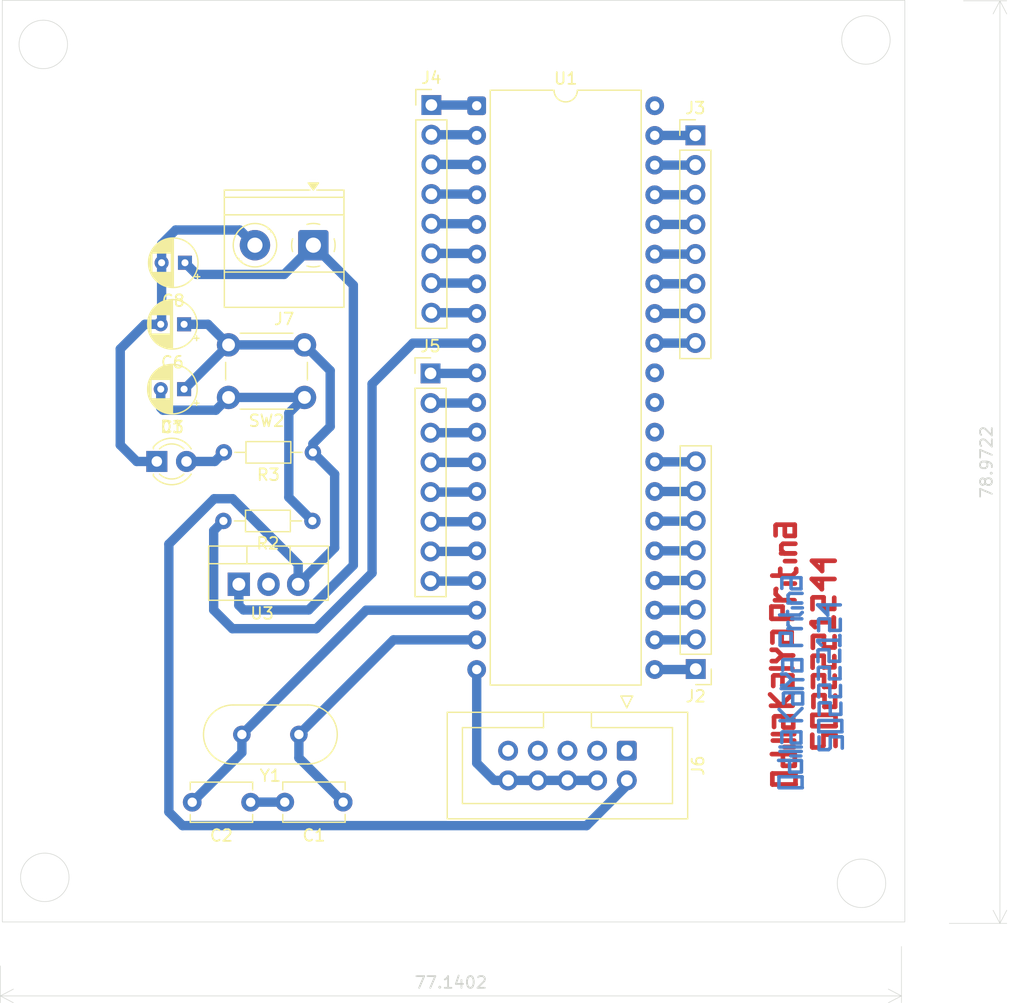
<source format=kicad_pcb>
(kicad_pcb (version 20241229) (generator "pcbnew") (generator_version "9.0")
  (title_block (title "Odilla Kalya Pritina 5022221244"))
  (layers (0 "F.Cu" jumper) (2 "B.Cu" signal) (13 "F.Paste" user) (15 "B.Paste" user) (5 "F.SilkS" user "F.Silkscreen") (7 "B.SilkS" user "B.Silkscreen") (1 "F.Mask" user) (3 "B.Mask" user) (25 "Edge.Cuts" user))
  (net 0 "")
  (net 1 "GND")
  (net 2 "Net-(J2-Pin_6)")
  (net 3 "+5V")
  (net 4 "Net-(J2-Pin_1)")
  (net 5 "Net-(J2-Pin_7)")
  (net 6 "Net-(J2-Pin_5)")
  (net 7 "Net-(J2-Pin_2)")
  (net 8 "Net-(J2-Pin_8)")
  (net 9 "Net-(J2-Pin_3)")
  (net 10 "Net-(J2-Pin_4)")
  (net 11 "Net-(U1-XTAL1)")
  (net 12 "Net-(J7-Pin_1)")
  (net 13 "Net-(J3-Pin_4)")
  (net 14 "Net-(J3-Pin_5)")
  (net 15 "Net-(J3-Pin_6)")
  (net 16 "Net-(J3-Pin_8)")
  (net 17 "Net-(J3-Pin_1)")
  (net 18 "Net-(J3-Pin_2)")
  (net 19 "Net-(J3-Pin_3)")
  (net 20 "Net-(J3-Pin_7)")
  (net 21 "Net-(J4-Pin_5)")
  (net 22 "Net-(J4-Pin_2)")
  (net 23 "/MISO{slash}P1.6")
  (net 24 "/SCK{slash}P1.7")
  (net 25 "Net-(J4-Pin_4)")
  (net 26 "Net-(J4-Pin_1)")
  (net 27 "Net-(J4-Pin_3)")
  (net 28 "/MOSI{slash}P1.5")
  (net 29 "Net-(J5-Pin_3)")
  (net 30 "Net-(J5-Pin_6)")
  (net 31 "Net-(J5-Pin_1)")
  (net 32 "Net-(J5-Pin_2)")
  (net 33 "Net-(J5-Pin_5)")
  (net 34 "Net-(J5-Pin_7)")
  (net 35 "Net-(J5-Pin_8)")
  (net 36 "Net-(J5-Pin_4)")
  (net 38 "Net-(U1-XTAL2)")
  (net 39 "Net-(D1-A)")
  (net 40 "Net-(SW2-A)")
  (net 41 "/RST")
  (footprint "Connector_PinHeader_2.54mm:PinHeader_1x08_P2.54mm_Vertical" (layer "F.Cu") (at 126.41 92.98)
    (property "Reference" "J5")
    (property "Value" "Conn_01x08_Socket")
  )
  (footprint "Resistor_THT:R_Axial_DIN0204_L3.6mm_D1.6mm_P7.62mm_Horizontal" (layer "F.Cu") (at 116.34 99.74 180)
    (property "Reference" "R3")
    (property "Value" "R")
  )
  (footprint "Capacitor_THT:CP_Radial_D4.0mm_P2.00mm" (layer "F.Cu") (at 105.314091 94.329 180)
    (property "Reference" "C3")
    (property "Value" "C")
  )
  (footprint "Connector_PinHeader_2.54mm:PinHeader_1x08_P2.54mm_Vertical" (layer "F.Cu") (at 149.08 72.6)
    (property "Reference" "J3")
    (property "Value" "Conn_01x08_Socket")
  )
  (footprint "Resistor_THT:R_Axial_DIN0204_L3.6mm_D1.6mm_P7.62mm_Horizontal" (layer "F.Cu") (at 116.3 105.61 180)
    (property "Reference" "R2")
    (property "Value" "R")
  )
  (footprint "Package_DIP:DIP-40_W15.24mm" (layer "F.Cu") (at 130.36 70.07)
    (property "Reference" "U1")
    (property "Value" "AT89S51-24PU")
  )
  (footprint "TerminalBlock_Phoenix:TerminalBlock_Phoenix_MKDS-1,5-2_1x02_P5.00mm_Horizontal" (layer "F.Cu") (at 116.37929 82.0065 180)
    (property "Reference" "J7")
    (property "Value" "Screw_Terminal_01x02")
  )
  (footprint "Capacitor_THT:C_Disc_D5.1mm_W3.2mm_P5.00mm" (layer "F.Cu") (at 118.93 129.68 180)
    (property "Reference" "C1")
    (property "Value" "C")
  )
  (footprint "Connector_PinHeader_2.54mm:PinHeader_1x08_P2.54mm_Vertical" (layer "F.Cu") (at 149.11 118.29 180)
    (property "Reference" "J2")
    (property "Value" "Conn_01x08_Socket")
  )
  (footprint "Capacitor_THT:C_Disc_D5.1mm_W3.2mm_P5.00mm" (layer "F.Cu") (at 111.01 129.69 180)
    (property "Reference" "C2")
    (property "Value" "C")
  )
  (footprint "LED_THT:LED_D3.0mm" (layer "F.Cu") (at 102.97929 100.519)
    (property "Reference" "D1")
    (property "Value" "LED")
  )
  (footprint "Capacitor_THT:CP_Radial_D4.0mm_P2.00mm" (layer "F.Cu") (at 105.314091 88.779 180)
    (property "Reference" "C6")
    (property "Value" "C")
  )
  (footprint "Crystal:Crystal_HC49-4H_Vertical" (layer "F.Cu") (at 115.14 123.89 180)
    (property "Reference" "Y1")
    (property "Value" "Crystal")
  )
  (footprint "Button_Switch_THT:SW_PUSH_6mm" (layer "F.Cu") (at 115.61929 95.039 180)
    (property "Reference" "SW2")
    (property "Value" "SW_SPST")
  )
  (footprint "Connector_PinHeader_2.54mm:PinHeader_1x08_P2.54mm_Vertical" (layer "F.Cu") (at 126.48 70.01)
    (property "Reference" "J4")
    (property "Value" "Conn_01x08_Socket")
  )
  (footprint "Connector_IDC:IDC-Header_2x05_P2.54mm_Vertical" (layer "F.Cu") (at 143.21 125.28 -90)
    (property "Reference" "J6")
    (property "Value" "DIN41612_02x05_AB_EvenPins")
  )
  (footprint "Capacitor_THT:CP_Radial_D4.0mm_P2.00mm" (layer "F.Cu") (at 105.38929 83.509 180)
    (property "Reference" "C8")
    (property "Value" "C")
  )
  (footprint "Package_TO_SOT_THT:TO-220-3_Vertical" (layer "F.Cu") (at 110 111.03)
    (property "Reference" "U3")
    (property "Value" "LM7809_TO220")
  )
  (gr_circle (center 163.68 64.44) (end 164.3 62.46) (stroke (width 0.05)) (fill no) (layer "Edge.Cuts"))
  (gr_rect (start 89.7525 61.0425) (end 167.0075 139.9375) (stroke (width 0.05)) (fill no) (layer "Edge.Cuts"))
  (gr_circle (center 93.26 64.82) (end 93.88 62.84) (stroke (width 0.05)) (fill no) (layer "Edge.Cuts"))
  (gr_circle (center 93.39 136.12) (end 94.01 134.14) (stroke (width 0.05)) (fill no) (layer "Edge.Cuts"))
  (gr_circle (center 163.3 136.63) (end 163.92 134.65) (stroke (width 0.05)) (fill no) (layer "Edge.Cuts"))
  (dimension (type orthogonal) (layer "Edge.Cuts") (pts (xy 89.58 143.2) (xy 166.720158 141.54)) (height 3.07) (orientation 0) (format (prefix "") (suffix "") (units 3) (units_format 0) (precision 4) (suppress_zeroes yes)) (style (thickness 0.05) (arrow_length 1.27) (text_position_mode 0) (arrow_direction outward) (extension_height 0.58642) (extension_offset 0.5) (keep_text_aligned yes)) (gr_text "77,1402" (at 128.150079 145.12 0) (layer "Edge.Cuts") (effects (font (size 1 1) (thickness 0.15)))))
  (dimension (type orthogonal) (layer "Edge.Cuts") (pts (xy 171.53 61.087763) (xy 170.31 140.06)) (height 3.62) (orientation 1) (format (prefix "") (suffix "") (units 3) (units_format 0) (precision 4) (suppress_zeroes yes)) (style (thickness 0.05) (arrow_length 1.27) (text_position_mode 0) (arrow_direction outward) (extension_height 0.58642) (extension_offset 0.5) (keep_text_aligned yes)) (gr_text "78,9722" (at 174 100.573882 90) (layer "Edge.Cuts") (effects (font (size 1 1) (thickness 0.15)))))
  (segment (start 160.045 124.85) (end 160.045 123.9) (width 0.4) (layer "F.Cu") (net 0))
  (segment (start 157.315 116.07) (end 156.525 116.07) (width 0.4) (layer "F.Cu") (net 0))
  (segment (start 157.315 115.11) (end 157.315 116.07) (width 0.4) (layer "F.Cu") (net 0))
  (segment (start 155.715 123.86) (end 157.535 123.86) (width 0.4) (layer "F.Cu") (net 0))
  (segment (start 156.685 124.96) (end 157.545 124.96) (width 0.4) (layer "F.Cu") (net 0))
  (segment (start 157.65 127.231) (end 157.65 128.15) (width 0.4) (layer "F.Cu") (net 0))
  (segment (start 161.075 123.93) (end 161.075 124.87) (width 0.4) (layer "F.Cu") (net 0))
  (segment (start 156.585 126.57) (end 157.59 126.57) (width 0.4) (layer "F.Cu") (net 0))
  (segment (start 155.765 118.88) (end 155.815 118.83) (width 0.4) (layer "F.Cu") (net 0))
  (segment (start 157.59 125.6) (end 157.59 126.45) (width 0.4) (layer "F.Cu") (net 0))
  (segment (start 160.155 121.52) (end 161.045 121.52) (width 0.4) (layer "F.Cu") (net 0))
  (segment (start 157.385 118.83) (end 157.385 119.79) (width 0.4) (layer "F.Cu") (net 0))
  (segment (start 160.985 110.58) (end 159.045 110.58) (width 0.4) (layer "F.Cu") (net 0))
  (segment (start 160.085 116.44) (end 160.095 116.45) (width 0.4) (layer "F.Cu") (net 0))
  (segment (start 155.745 115.11) (end 157.315 115.11) (width 0.4) (layer "F.Cu") (net 0))
  (segment (start 156.495 116.04) (end 156.465 116.01) (width 0.4) (layer "F.Cu") (net 0))
  (segment (start 160.055 113.14) (end 160.065 113.15) (width 0.4) (layer "F.Cu") (net 0))
  (segment (start 155.745 119.74) (end 155.745 118.9) (width 0.4) (layer "F.Cu") (net 0))
  (segment (start 155.695 115.16) (end 155.745 115.11) (width 0.4) (layer "F.Cu") (net 0))
  (segment (start 157.455 122.335) (end 157.455 123.295) (width 0.4) (layer "F.Cu") (net 0))
  (segment (start 159.105 123.18) (end 159.095 123.17) (width 0.4) (layer "F.Cu") (net 0))
  (segment (start 155.815 123.245) (end 155.815 122.405) (width 0.4) (layer "F.Cu") (net 0))
  (segment (start 160.085 118.14) (end 160.975 118.14) (width 0.4) (layer "F.Cu") (net 0))
  (segment (start 155.67 128.16) (end 155.67 127.231) (width 0.4) (layer "F.Cu") (net 0))
  (segment (start 156.015 116.64) (end 156.415 117.04) (width 0.4) (layer "F.Cu") (net 0))
  (segment (start 156.445 121.43) (end 157.405 121.43) (width 0.4) (layer "F.Cu") (net 0))
  (segment (start 159.145 119.84) (end 159.145 118.88) (width 0.4) (layer "F.Cu") (net 0))
  (segment (start 155.675 116.02) (end 155.675 115.18) (width 0.4) (layer "F.Cu") (net 0))
  (segment (start 156.415 117.04) (end 156.415 117.19) (width 0.4) (layer "F.Cu") (net 0))
  (segment (start 159.085 123.91) (end 159.085 124.98) (width 0.4) (layer "F.Cu") (net 0))
  (segment (start 159.135 115.51) (end 159.195 115.45) (width 0.4) (layer "F.Cu") (net 0))
  (segment (start 160.045 123.9) (end 161.045 123.9) (width 0.4) (layer "F.Cu") (net 0))
  (segment (start 159.905 111.46) (end 159.905 110.77) (width 0.4) (layer "F.Cu") (net 0))
  (segment (start 155.675 115.18) (end 155.695 115.16) (width 0.4) (layer "F.Cu") (net 0))
  (segment (start 155.995 117.61) (end 156.415 117.19) (width 0.4) (layer "F.Cu") (net 0))
  (segment (start 159.065 109.02) (end 159.925 109.88) (width 0.4) (layer "F.Cu") (net 0))
  (segment (start 161.045 123.9) (end 161.065 123.92) (width 0.4) (layer "F.Cu") (net 0))
  (segment (start 156.595 119.79) (end 156.565 119.76) (width 0.4) (layer "F.Cu") (net 0))
  (segment (start 156.575 125.57) (end 157.56 125.57) (width 0.4) (layer "F.Cu") (net 0))
  (segment (start 159.185 121.55) (end 159.185 120.59) (width 0.4) (layer "F.Cu") (net 0))
  (segment (start 159.895 125) (end 159.975 124.92) (width 0.4) (layer "F.Cu") (net 0))
  (segment (start 160.095 119.81) (end 160.105 119.82) (width 0.4) (layer "F.Cu") (net 0))
  (segment (start 160.9 114.28) (end 160.91 114.27) (width 0.4) (layer "F.Cu") (net 0))
  (segment (start 159.095 123.17) (end 159.095 122.21) (width 0.4) (layer "F.Cu") (net 0))
  (segment (start 157.585 105.93) (end 157.585 106.89) (width 0.4) (layer "F.Cu") (net 0))
  (segment (start 160.135 121.52) (end 160.145 121.53) (width 0.4) (layer "F.Cu") (net 0))
  (segment (start 160.93 114.73) (end 160.93 113.89) (width 0.4) (layer "F.Cu") (net 0))
  (segment (start 161.095 123.18) (end 159.105 123.18) (width 0.4) (layer "F.Cu") (net 0))
  (segment (start 159.195 115.45) (end 160.085 115.45) (width 0.4) (layer "F.Cu") (net 0))
  (segment (start 160.065 117.15) (end 160.065 118.14) (width 0.4) (layer "F.Cu") (net 0))
  (segment (start 155.945 106.84) (end 155.945 106) (width 0.4) (layer "F.Cu") (net 0))
  (segment (start 159.115 118.17) (end 159.115 117.21) (width 0.4) (layer "F.Cu") (net 0))
  (segment (start 160.145 121.53) (end 160.155 121.52) (width 0.4) (layer "F.Cu") (net 0))
  (segment (start 156.755 109.05) (end 157.615 109.05) (width 0.4) (layer "F.Cu") (net 0))
  (segment (start 160.095 116.45) (end 160.105 116.44) (width 0.4) (layer "F.Cu") (net 0))
  (segment (start 156.735 110.97) (end 157.595 110.97) (width 0.4) (layer "F.Cu") (net 0))
  (segment (start 160.91 114.71) (end 160.93 114.73) (width 0.4) (layer "F.Cu") (net 0))
  (segment (start 160.93 113.89) (end 160.91 113.87) (width 0.4) (layer "F.Cu") (net 0))
  (segment (start 159.085 124.98) (end 159.105 125) (width 0.4) (layer "F.Cu") (net 0))
  (segment (start 160.105 119.82) (end 160.115 119.81) (width 0.4) (layer "F.Cu") (net 0))
  (segment (start 159.045 110.58) (end 159.905 111.44) (width 0.4) (layer "F.Cu") (net 0))
  (segment (start 156.415 117.19) (end 156.48 117.125) (width 0.4) (layer "F.Cu") (net 0))
  (segment (start 156.795 106.89) (end 156.765 106.86) (width 0.4) (layer "F.Cu") (net 0))
  (segment (start 157.585 106.89) (end 156.795 106.89) (width 0.4) (layer "F.Cu") (net 0))
  (segment (start 160.135 120.53) (end 160.135 121.52) (width 0.4) (layer "F.Cu") (net 0))
  (segment (start 159.165 112.15) (end 160.055 112.15) (width 0.4) (layer "F.Cu") (net 0))
  (segment (start 160.115 119.81) (end 161.005 119.81) (width 0.4) (layer "F.Cu") (net 0))
  (segment (start 155.945 106) (end 155.965 105.98) (width 0.4) (layer "F.Cu") (net 0))
  (segment (start 160.085 115.45) (end 160.085 116.44) (width 0.4) (layer "F.Cu") (net 0))
  (segment (start 156.345 121.33) (end 156.445 121.43) (width 0.4) (layer "F.Cu") (net 0))
  (segment (start 156.765 106.86) (end 156.735 106.83) (width 0.4) (layer "F.Cu") (net 0))
  (segment (start 155.67 127.231) (end 157.65 127.231) (width 0.4) (layer "F.Cu") (net 0))
  (segment (start 159.185 120.59) (end 159.245 120.53) (width 0.4) (layer "F.Cu") (net 0))
  (segment (start 155.625 116.64) (end 156.015 116.64) (width 0.4) (layer "F.Cu") (net 0))
  (segment (start 156.575 125.57) (end 156.575 126.56) (width 0.4) (layer "F.Cu") (net 0))
  (segment (start 155.885 122.335) (end 157.455 122.335) (width 0.4) (layer "F.Cu") (net 0))
  (segment (start 156.525 116.07) (end 156.495 116.04) (width 0.4) (layer "F.Cu") (net 0))
  (segment (start 156.635 123.265) (end 156.605 123.235) (width 0.4) (layer "F.Cu") (net 0))
  (segment (start 156.535 119.73) (end 156.535 119) (width 0.4) (layer "F.Cu") (net 0))
  (segment (start 156.465 116.01) (end 156.465 115.28) (width 0.4) (layer "F.Cu") (net 0))
  (segment (start 160.995 116.44) (end 160.995 115.48) (width 0.4) (layer "F.Cu") (net 0))
  (segment (start 159.105 112.21) (end 159.165 112.15) (width 0.4) (layer "F.Cu") (net 0))
  (segment (start 159.175 117.15) (end 160.065 117.15) (width 0.4) (layer "F.Cu") (net 0))
  (segment (start 159.975 124.92) (end 160.045 124.85) (width 0.4) (layer "F.Cu") (net 0))
  (segment (start 159.03 114.28) (end 160.9 114.28) (width 0.4) (layer "F.Cu") (net 0))
  (segment (start 159.105 113.17) (end 159.105 112.21) (width 0.4) (layer "F.Cu") (net 0))
  (segment (start 159.33 114.7) (end 159.03 114.4) (width 0.4) (layer "F.Cu") (net 0))
  (segment (start 160.105 116.44) (end 160.995 116.44) (width 0.4) (layer "F.Cu") (net 0))
  (segment (start 157.385 119.79) (end 156.595 119.79) (width 0.4) (layer "F.Cu") (net 0))
  (segment (start 157.56 125.57) (end 157.59 125.6) (width 0.4) (layer "F.Cu") (net 0))
  (segment (start 155.715 124.41) (end 157.535 124.41) (width 0.4) (layer "F.Cu") (net 0))
  (segment (start 159.095 122.21) (end 161.075 122.21) (width 0.4) (layer "F.Cu") (net 0))
  (segment (start 161.005 119.81) (end 161.005 118.85) (width 0.4) (layer "F.Cu") (net 0))
  (segment (start 155.555 118.24) (end 157.375 118.24) (width 0.4) (layer "F.Cu") (net 0))
  (segment (start 155.475 120.46) (end 156.345 121.33) (width 0.4) (layer "F.Cu") (net 0))
  (segment (start 155.555 121.43) (end 156.445 121.43) (width 0.4) (layer "F.Cu") (net 0))
  (segment (start 159.145 118.88) (end 159.205 118.82) (width 0.4) (layer "F.Cu") (net 0))
  (segment (start 161.005 109.02) (end 159.065 109.02) (width 0.4) (layer "F.Cu") (net 0))
  (segment (start 159.925 109.9) (end 159.925 109.21) (width 0.4) (layer "F.Cu") (net 0))
  (segment (start 155.965 105.98) (end 156.015 105.93) (width 0.4) (layer "F.Cu") (net 0))
  (segment (start 159.205 118.82) (end 160.095 118.82) (width 0.4) (layer "F.Cu") (net 0))
  (segment (start 156.485 121.33) (end 156.345 121.33) (width 0.4) (layer "F.Cu") (net 0))
  (segment (start 155.815 118.83) (end 157.385 118.83) (width 0.4) (layer "F.Cu") (net 0))
  (segment (start 161.075 122.21) (end 161.075 123.16) (width 0.4) (layer "F.Cu") (net 0))
  (segment (start 155.63 125.57) (end 156.575 125.57) (width 0.4) (layer "F.Cu") (net 0))
  (segment (start 159.245 120.53) (end 160.135 120.53) (width 0.4) (layer "F.Cu") (net 0))
  (segment (start 156.48 117.125) (end 157.36 117.125) (width 0.4) (layer "F.Cu") (net 0))
  (segment (start 160.075 113.14) (end 160.965 113.14) (width 0.4) (layer "F.Cu") (net 0))
  (segment (start 159.115 117.21) (end 159.175 117.15) (width 0.4) (layer "F.Cu") (net 0))
  (segment (start 156.015 105.93) (end 157.585 105.93) (width 0.4) (layer "F.Cu") (net 0))
  (segment (start 155.62 116.635) (end 155.625 116.64) (width 0.4) (layer "F.Cu") (net 0))
  (segment (start 160.095 118.82) (end 160.095 119.81) (width 0.4) (layer "F.Cu") (net 0))
  (segment (start 157.455 123.295) (end 156.665 123.295) (width 0.4) (layer "F.Cu") (net 0))
  (segment (start 157.435 120.38) (end 156.485 121.33) (width 0.4) (layer "F.Cu") (net 0))
  (segment (start 157.36 117.125) (end 157.45 117.125) (width 0.4) (layer "F.Cu") (net 0))
  (segment (start 161.045 121.52) (end 161.045 120.56) (width 0.4) (layer "F.Cu") (net 0))
  (segment (start 155.625 117.61) (end 155.995 117.61) (width 0.4) (layer "F.Cu") (net 0))
  (segment (start 159.105 125) (end 159.895 125) (width 0.4) (layer "F.Cu") (net 0))
  (segment (start 160.965 113.14) (end 160.965 112.18) (width 0.4) (layer "F.Cu") (net 0))
  (segment (start 157.67 128.17) (end 155.68 128.17) (width 0.4) (layer "F.Cu") (net 0))
  (segment (start 156.575 126.56) (end 156.585 126.57) (width 0.4) (layer "F.Cu") (net 0))
  (segment (start 159.135 116.47) (end 159.135 115.51) (width 0.4) (layer "F.Cu") (net 0))
  (segment (start 156.565 119.76) (end 156.535 119.73) (width 0.4) (layer "F.Cu") (net 0))
  (segment (start 156.605 123.235) (end 156.605 122.505) (width 0.4) (layer "F.Cu") (net 0))
  (segment (start 155.835 122.385) (end 155.885 122.335) (width 0.4) (layer "F.Cu") (net 0))
  (segment (start 155.815 122.405) (end 155.835 122.385) (width 0.4) (layer "F.Cu") (net 0))
  (segment (start 159.03 114.4) (end 159.03 114.28) (width 0.4) (layer "F.Cu") (net 0))
  (segment (start 160.075 118.15) (end 160.085 118.14) (width 0.4) (layer "F.Cu") (net 0))
  (segment (start 155.745 118.9) (end 155.765 118.88) (width 0.4) (layer "F.Cu") (net 0))
  (segment (start 160.055 112.15) (end 160.055 113.14) (width 0.4) (layer "F.Cu") (net 0))
  (segment (start 156.735 106.83) (end 156.735 106.1) (width 0.4) (layer "F.Cu") (net 0))
  (segment (start 160.975 118.14) (end 160.975 117.18) (width 0.4) (layer "F.Cu") (net 0))
  (segment (start 156.665 123.295) (end 156.635 123.265) (width 0.4) (layer "F.Cu") (net 0))
  (segment (start 160.065 113.15) (end 160.075 113.14) (width 0.4) (layer "F.Cu") (net 0))
  (segment (start 155.68 128.17) (end 155.67 128.16) (width 0.4) (layer "F.Cu") (net 0))
  (segment (start 160.065 118.14) (end 160.075 118.15) (width 0.4) (layer "F.Cu") (net 0))
  (segment (start 160.91 114.27) (end 160.91 114.71) (width 0.4) (layer "F.Cu") (net 0))
  (segment (start 161.065 123.92) (end 161.075 123.93) (width 0.4) (layer "F.Cu") (net 0))
  (segment (start 158.13 126.11) (end 158.16 126.14) (width 0.3) (layer "B.Cu") (net 0))
  (segment (start 156.325 122.71) (end 157.215 122.71) (width 0.3) (layer "B.Cu") (net 0))
  (segment (start 161.5 120.65) (end 161.5 119.69) (width 0.3) (layer "B.Cu") (net 0))
  (segment (start 160.555 118.135) (end 160.555 119.125) (width 0.3) (layer "B.Cu") (net 0))
  (segment (start 161.485 112.795) (end 159.545 112.795) (width 0.3) (layer "B.Cu") (net 0))
  (segment (start 160.545 117.625) (end 161.435 117.625) (width 0.3) (layer "B.Cu") (net 0))
  (segment (start 159.605 118.195) (end 159.665 118.135) (width 0.3) (layer "B.Cu") (net 0))
  (segment (start 158.115 123.665) (end 158.115 124.625) (width 0.3) (layer "B.Cu") (net 0))
  (segment (start 156.245 121.74) (end 157.115 122.61) (width 0.3) (layer "B.Cu") (net 0))
  (segment (start 157.29 115.22) (end 157.29 116.09) (width 0.3) (layer "B.Cu") (net 0))
  (segment (start 161.535 122.165) (end 161.535 121.205) (width 0.3) (layer "B.Cu") (net 0))
  (segment (start 156.625 117.485) (end 158.195 117.485) (width 0.3) (layer "B.Cu") (net 0))
  (segment (start 160.405 113.655) (end 160.405 113.675) (width 0.3) (layer "B.Cu") (net 0))
  (segment (start 160.575 114.98) (end 160.585 114.99) (width 0.3) (layer "B.Cu") (net 0))
  (segment (start 159.635 122.69) (end 161.615 122.69) (width 0.3) (layer "B.Cu") (net 0))
  (segment (start 159.605 119.155) (end 159.605 118.195) (width 0.3) (layer "B.Cu") (net 0))
  (segment (start 156.46 119.685) (end 156.83 119.685) (width 0.3) (layer "B.Cu") (net 0))
  (segment (start 156.455 118.71) (end 156.46 118.715) (width 0.3) (layer "B.Cu") (net 0))
  (segment (start 160.625 122.165) (end 160.635 122.175) (width 0.3) (layer "B.Cu") (net 0))
  (segment (start 159.665 118.135) (end 160.555 118.135) (width 0.3) (layer "B.Cu") (net 0))
  (segment (start 161.645 124.11) (end 161.655 124.12) (width 0.3) (layer "B.Cu") (net 0))
  (segment (start 159.675 122.195) (end 159.675 121.235) (width 0.3) (layer "B.Cu") (net 0))
  (segment (start 156.575 117.535) (end 156.625 117.485) (width 0.3) (layer "B.Cu") (net 0))
  (segment (start 159.7 119.66) (end 160.59 119.66) (width 0.3) (layer "B.Cu") (net 0))
  (segment (start 159.575 116.695) (end 159.635 116.635) (width 0.3) (layer "B.Cu") (net 0))
  (segment (start 161.435 117.625) (end 161.435 116.665) (width 0.3) (layer "B.Cu") (net 0))
  (segment (start 159.735 121.175) (end 160.625 121.175) (width 0.3) (layer "B.Cu") (net 0))
  (segment (start 160.585 114.99) (end 160.595 114.98) (width 0.3) (layer "B.Cu") (net 0))
  (segment (start 157.145 127.1) (end 157.155 127.11) (width 0.3) (layer "B.Cu") (net 0))
  (segment (start 157.405 118.445) (end 157.375 118.415) (width 0.3) (layer "B.Cu") (net 0))
  (segment (start 161.425 115.82) (end 161.435 115.81) (width 0.3) (layer "B.Cu") (net 0))
  (segment (start 160.555 119.125) (end 160.565 119.135) (width 0.3) (layer "B.Cu") (net 0))
  (segment (start 161.655 124.12) (end 161.655 125.06) (width 0.3) (layer "B.Cu") (net 0))
  (segment (start 156.475 123.735) (end 156.495 123.715) (width 0.3) (layer "B.Cu") (net 0))
  (segment (start 159.685 113.99) (end 160.575 113.99) (width 0.3) (layer "B.Cu") (net 0))
  (segment (start 159.685 125.19) (end 160.475 125.19) (width 0.3) (layer "B.Cu") (net 0))
  (segment (start 156.46 118.715) (end 156.85 118.715) (width 0.3) (layer "B.Cu") (net 0))
  (segment (start 158.205 121.66) (end 157.255 122.61) (width 0.3) (layer "B.Cu") (net 0))
  (segment (start 161.435 116.25) (end 161.455 116.27) (width 0.3) (layer "B.Cu") (net 0))
  (segment (start 160.635 122.175) (end 160.645 122.165) (width 0.3) (layer "B.Cu") (net 0))
  (segment (start 160.565 119.135) (end 160.575 119.125) (width 0.3) (layer "B.Cu") (net 0))
  (segment (start 157.115 122.61) (end 157.215 122.71) (width 0.3) (layer "B.Cu") (net 0))
  (segment (start 158.235 128.45) (end 156.245 128.45) (width 0.3) (layer "B.Cu") (net 0))
  (segment (start 156.545 123.665) (end 158.115 123.665) (width 0.3) (layer "B.Cu") (net 0))
  (segment (start 157.325 124.625) (end 157.295 124.595) (width 0.3) (layer "B.Cu") (net 0))
  (segment (start 156.62 120.39) (end 156.64 120.37) (width 0.3) (layer "B.Cu") (net 0))
  (segment (start 158.16 126.14) (end 158.16 126.99) (width 0.3) (layer "B.Cu") (net 0))
  (segment (start 157.155 127.11) (end 158.16 127.11) (width 0.3) (layer "B.Cu") (net 0))
  (segment (start 159.555 115.82) (end 161.425 115.82) (width 0.3) (layer "B.Cu") (net 0))
  (segment (start 156.62 121.23) (end 156.62 120.39) (width 0.3) (layer "B.Cu") (net 0))
  (segment (start 157.25 119.265) (end 157.315 119.2) (width 0.3) (layer "B.Cu") (net 0))
  (segment (start 157.375 118.415) (end 157.345 118.385) (width 0.3) (layer "B.Cu") (net 0))
  (segment (start 156.2 126.11) (end 157.145 126.11) (width 0.3) (layer "B.Cu") (net 0))
  (segment (start 158.18 116.27) (end 156.36 116.27) (width 0.3) (layer "B.Cu") (net 0))
  (segment (start 157.25 119.115) (end 157.25 119.265) (width 0.3) (layer "B.Cu") (net 0))
  (segment (start 159.665 125.17) (end 159.685 125.19) (width 0.3) (layer "B.Cu") (net 0))
  (segment (start 160.575 119.125) (end 161.465 119.125) (width 0.3) (layer "B.Cu") (net 0))
  (segment (start 161.435 115.81) (end 161.435 116.25) (width 0.3) (layer "B.Cu") (net 0))
  (segment (start 156.33 116.24) (end 156.33 115.22) (width 0.3) (layer "B.Cu") (net 0))
  (segment (start 160.475 125.19) (end 160.555 125.11) (width 0.3) (layer "B.Cu") (net 0))
  (segment (start 156.33 115.22) (end 157.29 115.22) (width 0.3) (layer "B.Cu") (net 0))
  (segment (start 156.235 128.44) (end 156.235 127.511) (width 0.3) (layer "B.Cu") (net 0))
  (segment (start 159.64 119.72) (end 159.7 119.66) (width 0.3) (layer "B.Cu") (net 0))
  (segment (start 159.575 117.655) (end 159.575 116.695) (width 0.3) (layer "B.Cu") (net 0))
  (segment (start 161.465 119.125) (end 161.465 118.165) (width 0.3) (layer "B.Cu") (net 0))
  (segment (start 157.265 124.565) (end 157.265 123.835) (width 0.3) (layer "B.Cu") (net 0))
  (segment (start 156.325 125.34) (end 158.145 125.34) (width 0.3) (layer "B.Cu") (net 0))
  (segment (start 157.315 119.2) (end 158.195 119.2) (width 0.3) (layer "B.Cu") (net 0))
  (segment (start 157.145 126.11) (end 158.13 126.11) (width 0.3) (layer "B.Cu") (net 0))
  (segment (start 156.83 119.685) (end 157.25 119.265) (width 0.3) (layer "B.Cu") (net 0))
  (segment (start 160.625 125.04) (end 160.625 124.09) (width 0.3) (layer "B.Cu") (net 0))
  (segment (start 156.555 117.555) (end 156.575 117.535) (width 0.3) (layer "B.Cu") (net 0))
  (segment (start 161.635 123.66) (end 159.645 123.66) (width 0.3) (layer "B.Cu") (net 0))
  (segment (start 159.545 112.795) (end 160.405 113.655) (width 0.3) (layer "B.Cu") (net 0))
  (segment (start 160.625 121.175) (end 160.625 122.165) (width 0.3) (layer "B.Cu") (net 0))
  (segment (start 157.215 122.71) (end 158.175 122.71) (width 0.3) (layer "B.Cu") (net 0))
  (segment (start 159.855 116.24) (end 159.555 115.94) (width 0.3) (layer "B.Cu") (net 0))
  (segment (start 160.6 120.66) (end 160.61 120.65) (width 0.3) (layer "B.Cu") (net 0))
  (segment (start 160.61 120.65) (end 161.5 120.65) (width 0.3) (layer "B.Cu") (net 0))
  (segment (start 159.555 115.94) (end 159.555 115.82) (width 0.3) (layer "B.Cu") (net 0))
  (segment (start 156.36 116.27) (end 156.33 116.24) (width 0.3) (layer "B.Cu") (net 0))
  (segment (start 157.47 121.28) (end 157.44 121.25) (width 0.3) (layer "B.Cu") (net 0))
  (segment (start 156.555 118.395) (end 156.555 117.555) (width 0.3) (layer "B.Cu") (net 0))
  (segment (start 158.26 120.32) (end 158.26 121.28) (width 0.3) (layer "B.Cu") (net 0))
  (segment (start 156.325 124.96) (end 158.145 124.96) (width 0.3) (layer "B.Cu") (net 0))
  (segment (start 157.245 125.73) (end 158.105 125.73) (width 0.3) (layer "B.Cu") (net 0))
  (segment (start 160.535 117.635) (end 160.545 117.625) (width 0.3) (layer "B.Cu") (net 0))
  (segment (start 161.455 115.43) (end 161.435 115.41) (width 0.3) (layer "B.Cu") (net 0))
  (segment (start 158.26 121.28) (end 157.47 121.28) (width 0.3) (layer "B.Cu") (net 0))
  (segment (start 160.525 117.625) (end 160.535 117.635) (width 0.3) (layer "B.Cu") (net 0))
  (segment (start 158.195 119.2) (end 158.285 119.2) (width 0.3) (layer "B.Cu") (net 0))
  (segment (start 159.625 115.01) (end 159.625 114.05) (width 0.3) (layer "B.Cu") (net 0))
  (segment (start 156.85 118.715) (end 157.25 119.115) (width 0.3) (layer "B.Cu") (net 0))
  (segment (start 160.59 120.65) (end 160.6 120.66) (width 0.3) (layer "B.Cu") (net 0))
  (segment (start 160.59 119.66) (end 160.59 120.65) (width 0.3) (layer "B.Cu") (net 0))
  (segment (start 159.635 123.65) (end 159.635 122.69) (width 0.3) (layer "B.Cu") (net 0))
  (segment (start 158.215 127.511) (end 158.215 128.43) (width 0.3) (layer "B.Cu") (net 0))
  (segment (start 157.255 122.61) (end 157.115 122.61) (width 0.3) (layer "B.Cu") (net 0))
  (segment (start 156.69 120.32) (end 158.26 120.32) (width 0.3) (layer "B.Cu") (net 0))
  (segment (start 156.245 128.45) (end 156.235 128.44) (width 0.3) (layer "B.Cu") (net 0))
  (segment (start 157.41 121.22) (end 157.41 120.49) (width 0.3) (layer "B.Cu") (net 0))
  (segment (start 156.475 124.575) (end 156.475 123.735) (width 0.3) (layer "B.Cu") (net 0))
  (segment (start 157.345 118.385) (end 157.345 117.655) (width 0.3) (layer "B.Cu") (net 0))
  (segment (start 157.295 124.595) (end 157.265 124.565) (width 0.3) (layer "B.Cu") (net 0))
  (segment (start 161.615 122.69) (end 161.615 123.64) (width 0.3) (layer "B.Cu") (net 0))
  (segment (start 159.625 114.05) (end 159.685 113.99) (width 0.3) (layer "B.Cu") (net 0))
  (segment (start 159.645 123.66) (end 159.635 123.65) (width 0.3) (layer "B.Cu") (net 0))
  (segment (start 159.675 121.235) (end 159.735 121.175) (width 0.3) (layer "B.Cu") (net 0))
  (segment (start 160.625 124.09) (end 161.625 124.09) (width 0.3) (layer "B.Cu") (net 0))
  (segment (start 156.425 119.96) (end 158.245 119.96) (width 0.3) (layer "B.Cu") (net 0))
  (segment (start 160.555 125.11) (end 160.625 125.04) (width 0.3) (layer "B.Cu") (net 0))
  (segment (start 156.495 123.715) (end 156.545 123.665) (width 0.3) (layer "B.Cu") (net 0))
  (segment (start 158.195 118.445) (end 157.405 118.445) (width 0.3) (layer "B.Cu") (net 0))
  (segment (start 159.665 124.1) (end 159.665 125.17) (width 0.3) (layer "B.Cu") (net 0))
  (segment (start 157.44 121.25) (end 157.41 121.22) (width 0.3) (layer "B.Cu") (net 0))
  (segment (start 160.525 116.635) (end 160.525 117.625) (width 0.3) (layer "B.Cu") (net 0))
  (segment (start 159.635 116.635) (end 160.525 116.635) (width 0.3) (layer "B.Cu") (net 0))
  (segment (start 158.115 124.625) (end 157.325 124.625) (width 0.3) (layer "B.Cu") (net 0))
  (segment (start 157.145 126.11) (end 157.145 127.1) (width 0.3) (layer "B.Cu") (net 0))
  (segment (start 160.645 122.165) (end 161.535 122.165) (width 0.3) (layer "B.Cu") (net 0))
  (segment (start 161.625 124.09) (end 161.645 124.11) (width 0.3) (layer "B.Cu") (net 0))
  (segment (start 160.575 113.99) (end 160.575 114.98) (width 0.3) (layer "B.Cu") (net 0))
  (segment (start 160.405 113.675) (end 160.405 112.985) (width 0.3) (layer "B.Cu") (net 0))
  (segment (start 158.195 117.485) (end 158.195 118.445) (width 0.3) (layer "B.Cu") (net 0))
  (segment (start 159.64 120.68) (end 159.64 119.72) (width 0.3) (layer "B.Cu") (net 0))
  (segment (start 161.485 114.98) (end 161.485 114.02) (width 0.3) (layer "B.Cu") (net 0))
  (segment (start 156.64 120.37) (end 156.69 120.32) (width 0.3) (layer "B.Cu") (net 0))
  (segment (start 156.235 127.511) (end 158.215 127.511) (width 0.3) (layer "B.Cu") (net 0))
  (segment (start 160.595 114.98) (end 161.485 114.98) (width 0.3) (layer "B.Cu") (net 0))
  (segment (start 161.455 116.27) (end 161.455 115.43) (width 0.3) (layer "B.Cu") (net 0))
  (segment (start 130.36 126.332081) (end 131.847919 127.82) (width 0.8) (layer "B.Cu") (net 1))
  (segment (start 101.259 100.519) (end 102.97929 100.519) (width 0.8) (layer "B.Cu") (net 1))
  (segment (start 99.85 90.89) (end 99.85 99.11) (width 0.8) (layer "B.Cu") (net 1))
  (segment (start 104.58979 80.7065) (end 110.07929 80.7065) (width 0.8) (layer "B.Cu") (net 1))
  (segment (start 103.38929 83.509) (end 103.38929 81.907) (width 0.8) (layer "B.Cu") (net 1))
  (segment (start 101.961 88.779) (end 99.85 90.89) (width 0.8) (layer "B.Cu") (net 1))
  (segment (start 110.07929 80.7065) (end 111.37929 82.0065) (width 0.8) (layer "B.Cu") (net 1))
  (segment (start 113.93 129.68) (end 111.02 129.68) (width 0.8) (layer "B.Cu") (net 1))
  (segment (start 103.38929 83.509) (end 103.38929 88.703801) (width 0.8) (layer "B.Cu") (net 1))
  (segment (start 111.02 129.68) (end 111.01 129.69) (width 0.8) (layer "B.Cu") (net 1))
  (segment (start 103.38929 88.703801) (end 103.314091 88.779) (width 0.8) (layer "B.Cu") (net 1))
  (segment (start 103.38929 81.907) (end 104.58979 80.7065) (width 0.8) (layer "B.Cu") (net 1))
  (segment (start 103.314091 88.779) (end 101.961 88.779) (width 0.8) (layer "B.Cu") (net 1))
  (segment (start 99.85 99.11) (end 101.259 100.519) (width 0.8) (layer "B.Cu") (net 1))
  (segment (start 131.847919 127.82) (end 140.67 127.82) (width 0.8) (layer "B.Cu") (net 1))
  (segment (start 130.36 118.33) (end 130.36 126.332081) (width 0.8) (layer "B.Cu") (net 1))
  (segment (start 145.6 105.63) (end 149.07 105.63) (width 0.8) (layer "B.Cu") (net 2))
  (segment (start 149.07 105.63) (end 149.11 105.59) (width 0.8) (layer "B.Cu") (net 2))
  (segment (start 155.585 112.94) (end 156.545 112.94) (width 0.4) (layer "F.Cu") (net 3))
  (segment (start 157.705 109.97) (end 157.605 110.07) (width 0.4) (layer "F.Cu") (net 3))
  (segment (start 156.495 112.4) (end 155.955 111.86) (width 0.4) (layer "F.Cu") (net 3))
  (segment (start 155.955 111.86) (end 155.955 111.48) (width 0.4) (layer "F.Cu") (net 3))
  (segment (start 156.585 107.5625) (end 157.635 107.5625) (width 0.4) (layer "F.Cu") (net 3))
  (segment (start 157.385 110.29) (end 157.705 109.97) (width 0.4) (layer "F.Cu") (net 3))
  (segment (start 155.615 113.99) (end 155.585 113.96) (width 0.4) (layer "F.Cu") (net 3))
  (segment (start 155.665 110.29) (end 156.345 110.29) (width 0.4) (layer "F.Cu") (net 3))
  (segment (start 156.435 107.7625) (end 156.435 107.7125) (width 0.4) (layer "F.Cu") (net 3))
  (segment (start 155.955 111.48) (end 156.005 111.43) (width 0.4) (layer "F.Cu") (net 3))
  (segment (start 157.605 108.3875) (end 156.705 108.3875) (width 0.4) (layer "F.Cu") (net 3))
  (segment (start 157.435 113.99) (end 155.615 113.99) (width 0.4) (layer "F.Cu") (net 3))
  (segment (start 157.705 109.97) (end 157.705 109.72) (width 0.4) (layer "F.Cu") (net 3))
  (segment (start 156.545 112.94) (end 156.545 113.81) (width 0.4) (layer "F.Cu") (net 3))
  (segment (start 156.415 108.3875) (end 157.605 108.3875) (width 0.4) (layer "F.Cu") (net 3))
  (segment (start 156.345 110.29) (end 156.345 109.71) (width 0.4) (layer "F.Cu") (net 3))
  (segment (start 156.435 108.1175) (end 156.435 107.7625) (width 0.4) (layer "F.Cu") (net 3))
  (segment (start 155.895 112.4) (end 157.555 112.4) (width 0.4) (layer "F.Cu") (net 3))
  (segment (start 157.555 112.4) (end 156.495 112.4) (width 0.4) (layer "F.Cu") (net 3))
  (segment (start 156.435 107.7125) (end 156.585 107.5625) (width 0.4) (layer "F.Cu") (net 3))
  (segment (start 156.345 110.29) (end 157.385 110.29) (width 0.4) (layer "F.Cu") (net 3))
  (segment (start 156.705 108.3875) (end 156.435 108.1175) (width 0.4) (layer "F.Cu") (net 3))
  (segment (start 155.585 113.96) (end 155.585 112.94) (width 0.4) (layer "F.Cu") (net 3))
  (segment (start 157.31 114.83) (end 157.01 114.53) (width 0.3) (layer "B.Cu") (net 3))
  (segment (start 104.009 107.59258) (end 107.89258 103.709) (width 0.8) (layer "B.Cu") (net 3))
  (segment (start 156.97 113.66) (end 158.01 113.66) (width 0.3) (layer "B.Cu") (net 3))
  (segment (start 104.009 130.518842) (end 104.009 107.59258) (width 0.8) (layer "B.Cu") (net 3))
  (segment (start 156.97 113.66) (end 156.97 113.35) (width 0.3) (layer "B.Cu") (net 3))
  (segment (start 105.384091 94.399) (end 105.314091 94.329) (width 0.8) (layer "B.Cu") (net 3))
  (segment (start 157.01 114.53) (end 157.01 114.29) (width 0.3) (layer "B.Cu") (net 3))
  (segment (start 107.35929 88.779) (end 109.11929 90.539) (width 0.8) (layer "B.Cu") (net 3))
  (segment (start 157.38 113.05) (end 158.24 113.05) (width 0.3) (layer "B.Cu") (net 3))
  (segment (start 157.015 111.96) (end 157.165 111.81) (width 0.3) (layer "B.Cu") (net 3))
  (segment (start 116.34 99.74) (end 118.201 101.601) (width 0.8) (layer "B.Cu") (net 3))
  (segment (start 158.185 112.635) (end 157.285 112.635) (width 0.3) (layer "B.Cu") (net 3))
  (segment (start 105.314091 88.779) (end 107.35929 88.779) (width 0.8) (layer "B.Cu") (net 3))
  (segment (start 105.314091 94.329) (end 105.314091 94.333801) (width 0.8) (layer "B.Cu") (net 3))
  (segment (start 118.201 107.909) (end 115.08 111.03) (width 0.8) (layer "B.Cu") (net 3))
  (segment (start 158.15 114.83) (end 157.31 114.83) (width 0.3) (layer "B.Cu") (net 3))
  (segment (start 156.995 112.635) (end 158.185 112.635) (width 0.3) (layer "B.Cu") (net 3))
  (segment (start 107.89258 103.709) (end 109.46742 103.709) (width 0.8) (layer "B.Cu") (net 3))
  (segment (start 143.21 128.25) (end 139.769 131.691) (width 0.8) (layer "B.Cu") (net 3))
  (segment (start 115.61929 90.539) (end 117.82029 92.74) (width 0.8) (layer "B.Cu") (net 3))
  (segment (start 157.015 112.365) (end 157.015 112.01) (width 0.3) (layer "B.Cu") (net 3))
  (segment (start 157.165 111.81) (end 158.215 111.81) (width 0.3) (layer "B.Cu") (net 3))
  (segment (start 115.61929 90.539) (end 109.11929 90.539) (width 0.8) (layer "B.Cu") (net 3))
  (segment (start 105.181158 131.691) (end 104.009 130.518842) (width 0.8) (layer "B.Cu") (net 3))
  (segment (start 115.08 109.32158) (end 115.08 111.03) (width 0.8) (layer "B.Cu") (net 3))
  (segment (start 117.82029 97.528) (end 116.34 99.00829) (width 0.8) (layer "B.Cu") (net 3))
  (segment (start 139.769 131.691) (end 105.181158 131.691) (width 0.8) (layer "B.Cu") (net 3))
  (segment (start 109.46742 103.709) (end 115.08 109.32158) (width 0.8) (layer "B.Cu") (net 3))
  (segment (start 105.32929 94.329) (end 109.11929 90.539) (width 0.8) (layer "B.Cu") (net 3))
  (segment (start 117.82029 92.74) (end 117.82029 97.528) (width 0.8) (layer "B.Cu") (net 3))
  (segment (start 157 114.83) (end 158.15 114.83) (width 0.3) (layer "B.Cu") (net 3))
  (segment (start 105.314091 94.329) (end 105.32929 94.329) (width 0.8) (layer "B.Cu") (net 3))
  (segment (start 157.015 112.01) (end 157.015 111.96) (width 0.3) (layer "B.Cu") (net 3))
  (segment (start 157.285 112.635) (end 157.015 112.365) (width 0.3) (layer "B.Cu") (net 3))
  (segment (start 157.33 113.99) (end 158.19 113.99) (width 0.3) (layer "B.Cu") (net 3))
  (segment (start 156.29 113.66) (end 156.97 113.66) (width 0.3) (layer "B.Cu") (net 3))
  (segment (start 118.201 101.601) (end 118.201 107.909) (width 0.8) (layer "B.Cu") (net 3))
  (segment (start 158.01 113.66) (end 158.2 113.47) (width 0.3) (layer "B.Cu") (net 3))
  (segment (start 158.2 113.47) (end 158.23 113.44) (width 0.3) (layer "B.Cu") (net 3))
  (segment (start 143.21 127.82) (end 143.21 128.25) (width 0.8) (layer "B.Cu") (net 3))
  (segment (start 116.34 99.00829) (end 116.34 99.74) (width 0.8) (layer "B.Cu") (net 3))
  (segment (start 149.07 118.33) (end 149.11 118.29) (width 0.8) (layer "B.Cu") (net 4))
  (segment (start 145.6 118.33) (end 149.07 118.33) (width 0.8) (layer "B.Cu") (net 4))
  (segment (start 145.6 103.09) (end 149.07 103.09) (width 0.8) (layer "B.Cu") (net 5))
  (segment (start 149.07 103.09) (end 149.11 103.05) (width 0.8) (layer "B.Cu") (net 5))
  (segment (start 149.07 108.17) (end 149.11 108.13) (width 0.8) (layer "B.Cu") (net 6))
  (segment (start 145.6 108.17) (end 149.07 108.17) (width 0.8) (layer "B.Cu") (net 6))
  (segment (start 145.6 115.79) (end 149.07 115.79) (width 0.8) (layer "B.Cu") (net 7))
  (segment (start 149.07 115.79) (end 149.11 115.75) (width 0.8) (layer "B.Cu") (net 7))
  (segment (start 149.07 100.55) (end 149.11 100.51) (width 0.8) (layer "B.Cu") (net 8))
  (segment (start 145.6 100.55) (end 149.07 100.55) (width 0.8) (layer "B.Cu") (net 8))
  (segment (start 145.6 113.25) (end 149.07 113.25) (width 0.8) (layer "B.Cu") (net 9))
  (segment (start 149.07 113.25) (end 149.11 113.21) (width 0.8) (layer "B.Cu") (net 9))
  (segment (start 145.6 110.71) (end 149.07 110.71) (width 0.8) (layer "B.Cu") (net 10))
  (segment (start 149.07 110.71) (end 149.11 110.67) (width 0.8) (layer "B.Cu") (net 10))
  (segment (start 123.24 115.79) (end 130.36 115.79) (width 0.8) (layer "B.Cu") (net 11))
  (segment (start 115.14 123.89) (end 123.24 115.79) (width 0.8) (layer "B.Cu") (net 11))
  (segment (start 115.14 123.89) (end 115.14 125.89) (width 0.8) (layer "B.Cu") (net 11))
  (segment (start 115.14 125.89) (end 118.93 129.68) (width 0.8) (layer "B.Cu") (net 11))
  (segment (start 119.802 85.42921) (end 116.37929 82.0065) (width 0.8) (layer "B.Cu") (net 12))
  (segment (start 110 112.83) (end 110.401 113.231) (width 0.8) (layer "B.Cu") (net 12))
  (segment (start 110.401 113.231) (end 115.972009 113.231) (width 0.8) (layer "B.Cu") (net 12))
  (segment (start 105.38929 83.509) (end 106.38779 84.5075) (width 0.8) (layer "B.Cu") (net 12))
  (segment (start 157.27 111.37) (end 157.27 110.64) (width 0.3) (layer "B.Cu") (net 12))
  (segment (start 106.38779 84.5075) (end 113.87829 84.5075) (width 0.8) (layer "B.Cu") (net 12))
  (segment (start 119.802 109.401009) (end 119.802 85.42921) (width 0.8) (layer "B.Cu") (net 12))
  (segment (start 158.12 111.43) (end 157.33 111.43) (width 0.3) (layer "B.Cu") (net 12))
  (segment (start 156.55 110.47) (end 158.12 110.47) (width 0.3) (layer "B.Cu") (net 12))
  (segment (start 156.48 110.54) (end 156.5 110.52) (width 0.3) (layer "B.Cu") (net 12))
  (segment (start 156.5 110.52) (end 156.55 110.47) (width 0.3) (layer "B.Cu") (net 12))
  (segment (start 113.87829 84.5075) (end 116.37929 82.0065) (width 0.8) (layer "B.Cu") (net 12))
  (segment (start 158.12 110.47) (end 158.12 111.43) (width 0.3) (layer "B.Cu") (net 12))
  (segment (start 156.48 111.38) (end 156.48 110.54) (width 0.3) (layer "B.Cu") (net 12))
  (segment (start 157.3 111.4) (end 157.27 111.37) (width 0.3) (layer "B.Cu") (net 12))
  (segment (start 115.972009 113.231) (end 119.802 109.401009) (width 0.8) (layer "B.Cu") (net 12))
  (segment (start 157.33 111.43) (end 157.3 111.4) (width 0.3) (layer "B.Cu") (net 12))
  (segment (start 110 111.03) (end 110 112.83) (width 0.8) (layer "B.Cu") (net 12))
  (segment (start 145.6 80.23) (end 149.07 80.23) (width 0.8) (layer "B.Cu") (net 13))
  (segment (start 149.07 80.23) (end 149.08 80.22) (width 0.8) (layer "B.Cu") (net 13))
  (segment (start 149.07 82.77) (end 149.08 82.76) (width 0.8) (layer "B.Cu") (net 14))
  (segment (start 145.6 82.77) (end 149.07 82.77) (width 0.8) (layer "B.Cu") (net 14))
  (segment (start 145.6 85.31) (end 149.07 85.31) (width 0.8) (layer "B.Cu") (net 15))
  (segment (start 149.07 85.31) (end 149.08 85.3) (width 0.8) (layer "B.Cu") (net 15))
  (segment (start 145.6 90.39) (end 149.07 90.39) (width 0.8) (layer "B.Cu") (net 16))
  (segment (start 149.07 90.39) (end 149.08 90.38) (width 0.8) (layer "B.Cu") (net 16))
  (segment (start 149.07 72.61) (end 149.08 72.6) (width 0.8) (layer "B.Cu") (net 17))
  (segment (start 145.6 72.61) (end 149.07 72.61) (width 0.8) (layer "B.Cu") (net 17))
  (segment (start 149.07 75.15) (end 149.08 75.14) (width 0.8) (layer "B.Cu") (net 18))
  (segment (start 145.6 75.15) (end 149.07 75.15) (width 0.8) (layer "B.Cu") (net 18))
  (segment (start 145.6 77.69) (end 149.07 77.69) (width 0.8) (layer "B.Cu") (net 19))
  (segment (start 149.07 77.69) (end 149.08 77.68) (width 0.8) (layer "B.Cu") (net 19))
  (segment (start 149.07 87.85) (end 149.08 87.84) (width 0.8) (layer "B.Cu") (net 20))
  (segment (start 145.6 87.85) (end 149.07 87.85) (width 0.8) (layer "B.Cu") (net 20))
  (segment (start 126.48 80.17) (end 130.3 80.17) (width 0.8) (layer "B.Cu") (net 21))
  (segment (start 130.3 80.17) (end 130.36 80.23) (width 0.8) (layer "B.Cu") (net 21))
  (segment (start 126.48 72.55) (end 130.3 72.55) (width 0.8) (layer "B.Cu") (net 22))
  (segment (start 130.3 72.55) (end 130.36 72.61) (width 0.8) (layer "B.Cu") (net 22))
  (segment (start 130.3 85.25) (end 130.36 85.31) (width 0.8) (layer "B.Cu") (net 23))
  (segment (start 126.48 85.25) (end 130.3 85.25) (width 0.8) (layer "B.Cu") (net 23))
  (segment (start 130.3 87.79) (end 130.36 87.85) (width 0.8) (layer "B.Cu") (net 24))
  (segment (start 126.48 87.79) (end 130.3 87.79) (width 0.8) (layer "B.Cu") (net 24))
  (segment (start 126.48 77.63) (end 130.3 77.63) (width 0.8) (layer "B.Cu") (net 25))
  (segment (start 130.3 77.63) (end 130.36 77.69) (width 0.8) (layer "B.Cu") (net 25))
  (segment (start 130.3 70.01) (end 130.36 70.07) (width 0.8) (layer "B.Cu") (net 26))
  (segment (start 126.48 70.01) (end 130.3 70.01) (width 0.8) (layer "B.Cu") (net 26))
  (segment (start 130.3 75.09) (end 130.36 75.15) (width 0.8) (layer "B.Cu") (net 27))
  (segment (start 126.48 75.09) (end 130.3 75.09) (width 0.8) (layer "B.Cu") (net 27))
  (segment (start 130.3 82.71) (end 130.36 82.77) (width 0.8) (layer "B.Cu") (net 28))
  (segment (start 126.48 82.71) (end 130.3 82.71) (width 0.8) (layer "B.Cu") (net 28))
  (segment (start 126.41 98.06) (end 130.31 98.06) (width 0.8) (layer "B.Cu") (net 29))
  (segment (start 130.31 98.06) (end 130.36 98.01) (width 0.8) (layer "B.Cu") (net 29))
  (segment (start 126.41 105.68) (end 130.31 105.68) (width 0.8) (layer "B.Cu") (net 30))
  (segment (start 130.31 105.68) (end 130.36 105.63) (width 0.8) (layer "B.Cu") (net 30))
  (segment (start 130.31 92.98) (end 130.36 92.93) (width 0.8) (layer "B.Cu") (net 31))
  (segment (start 126.41 92.98) (end 130.31 92.98) (width 0.8) (layer "B.Cu") (net 31))
  (segment (start 130.31 95.52) (end 130.36 95.47) (width 0.8) (layer "B.Cu") (net 32))
  (segment (start 126.41 95.52) (end 130.31 95.52) (width 0.8) (layer "B.Cu") (net 32))
  (segment (start 130.31 103.14) (end 130.36 103.09) (width 0.8) (layer "B.Cu") (net 33))
  (segment (start 126.41 103.14) (end 130.31 103.14) (width 0.8) (layer "B.Cu") (net 33))
  (segment (start 130.31 108.22) (end 130.36 108.17) (width 0.8) (layer "B.Cu") (net 34))
  (segment (start 126.41 108.22) (end 130.31 108.22) (width 0.8) (layer "B.Cu") (net 34))
  (segment (start 126.41 110.76) (end 130.31 110.76) (width 0.8) (layer "B.Cu") (net 35))
  (segment (start 130.31 110.76) (end 130.36 110.71) (width 0.8) (layer "B.Cu") (net 35))
  (segment (start 130.31 100.6) (end 130.36 100.55) (width 0.8) (layer "B.Cu") (net 36))
  (segment (start 126.41 100.6) (end 130.31 100.6) (width 0.8) (layer "B.Cu") (net 36))
  (segment (start 110.26 123.89) (end 110.26 125.44) (width 0.8) (layer "B.Cu") (net 38))
  (segment (start 110.26 123.89) (end 120.9 113.25) (width 0.8) (layer "B.Cu") (net 38))
  (segment (start 120.9 113.25) (end 130.36 113.25) (width 0.8) (layer "B.Cu") (net 38))
  (segment (start 130.36 113.25) (end 130.329 113.219) (width 0.8) (layer "B.Cu") (net 38))
  (segment (start 110.26 125.44) (end 106.01 129.69) (width 0.8) (layer "B.Cu") (net 38))
  (segment (start 107.941 100.519) (end 108.72 99.74) (width 0.8) (layer "B.Cu") (net 39))
  (segment (start 105.51929 100.519) (end 107.941 100.519) (width 0.8) (layer "B.Cu") (net 39))
  (segment (start 103.314091 94.329) (end 103.314091 95.931) (width 0.8) (layer "B.Cu") (net 40))
  (segment (start 109.11929 95.039) (end 115.61929 95.039) (width 0.8) (layer "B.Cu") (net 40))
  (segment (start 103.314091 95.931) (end 103.513091 96.13) (width 0.8) (layer "B.Cu") (net 40))
  (segment (start 114.27829 103.58829) (end 116.3 105.61) (width 0.8) (layer "B.Cu") (net 40))
  (segment (start 103.513091 96.13) (end 108.02829 96.13) (width 0.8) (layer "B.Cu") (net 40))
  (segment (start 115.61929 95.039) (end 114.27829 96.38) (width 0.8) (layer "B.Cu") (net 40))
  (segment (start 108.02829 96.13) (end 109.11929 95.039) (width 0.8) (layer "B.Cu") (net 40))
  (segment (start 114.27829 96.38) (end 114.27829 103.58829) (width 0.8) (layer "B.Cu") (net 40))
  (segment (start 109.4475 114.832) (end 116.635165 114.832) (width 0.8) (layer "B.Cu") (net 41))
  (segment (start 116.635165 114.832) (end 121.403 110.064165) (width 0.8) (layer "B.Cu") (net 41))
  (segment (start 121.403 93.885) (end 124.898 90.39) (width 0.8) (layer "B.Cu") (net 41))
  (segment (start 121.403 110.064165) (end 121.403 93.885) (width 0.8) (layer "B.Cu") (net 41))
  (segment (start 108.68 105.61) (end 107.8465 106.4435) (width 0.8) (layer "B.Cu") (net 41))
  (segment (start 124.898 90.39) (end 130.36 90.39) (width 0.8) (layer "B.Cu") (net 41))
  (segment (start 107.8465 113.231) (end 109.4475 114.832) (width 0.8) (layer "B.Cu") (net 41))
  (segment (start 107.8465 106.4435) (end 107.8465 113.231) (width 0.8) (layer "B.Cu") (net 41))
)
</source>
